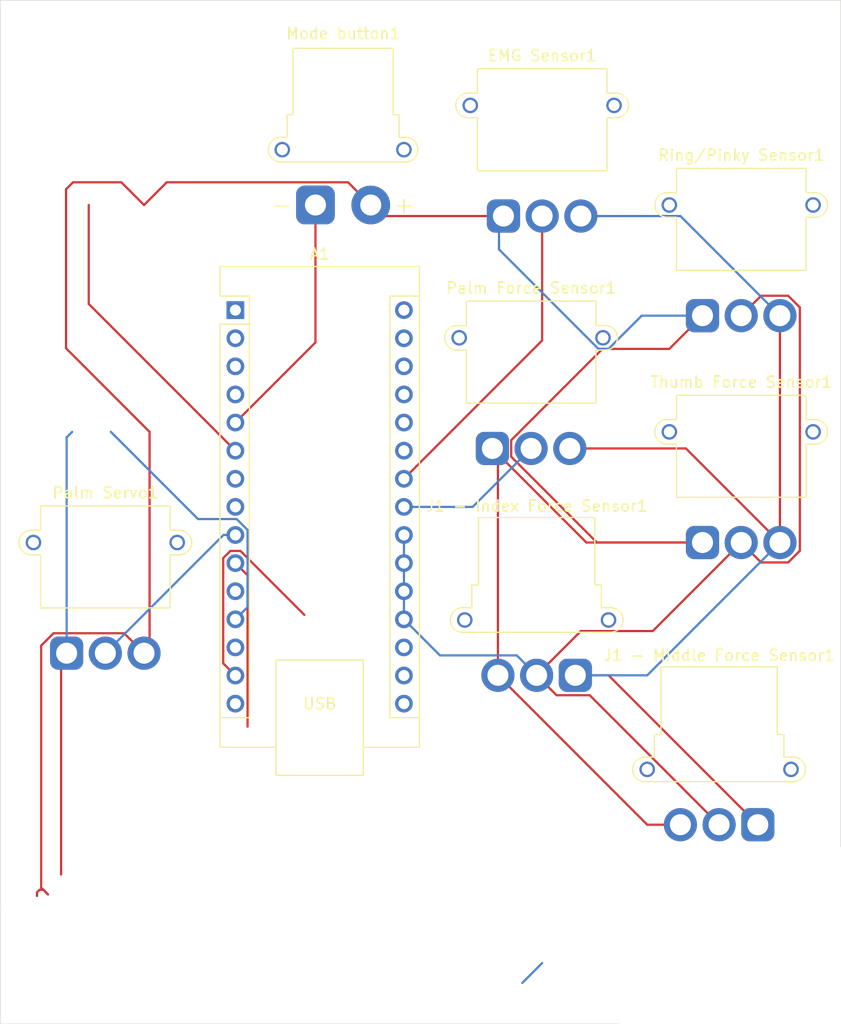
<source format=kicad_pcb>
(kicad_pcb (version 20241229) (generator "pcbnew") (generator_version "9.0")
  (layers (0 "F.Cu" signal) (2 "B.Cu" signal) (13 "F.Paste" user) (15 "B.Paste" user) (5 "F.SilkS" user "F.Silkscreen") (7 "B.SilkS" user "B.Silkscreen") (1 "F.Mask" user) (3 "B.Mask" user) (25 "Edge.Cuts" user))
  (net 0 "")
  (net 1 "Net-(A1-D10)")
  (net 4 "Net-(A1-D3)")
  (net 7 "Net-(A1-A4)")
  (net 10 "Net-(A1-A0)")
  (net 11 "Net-(A1-D2)")
  (net 12 "Net-(A1-A5)")
  (net 16 "Net-(A1-D9)")
  (net 23 "Net-(A1-D11)")
  (net 26 "Net-(A1-D7)")
  (net 27 "Net-(A1-D6)")
  (net 28 "+5V")
  (net 29 "GND")
  (footprint "Connector_AMASS:AMASS_MR30PW-M_1x03_P3.50mm_Horizontal" (layer "F.Cu") (at 172 69)
    (property "Reference" "Thumb Force Sensor1" (at 3.5 -14.5 0) (layer "F.SilkS"))
    (property "Value" "Conn_01x03_Pin")
    (fp_line (start -3.2 -11.11) (end -2.36 -11.11) (stroke (width 0.12)) (layer "F.SilkS"))
    (fp_line (start -3.2 -8.89) (end -2.36 -8.89) (stroke (width 0.12)) (layer "F.SilkS"))
    (fp_line (start -2.36 -13.31) (end -2.36 -11.11) (stroke (width 0.12)) (layer "F.SilkS"))
    (fp_line (start -2.36 -13.31) (end 9.36 -13.31) (stroke (width 0.12)) (layer "F.SilkS"))
    (fp_line (start -2.36 -8.89) (end -2.36 -4.09) (stroke (width 0.12)) (layer "F.SilkS"))
    (fp_line (start -2.36 -4.09) (end 9.36 -4.09) (stroke (width 0.12)) (layer "F.SilkS"))
    (fp_line (start 9.36 -13.31) (end 9.36 -11.11) (stroke (width 0.12)) (layer "F.SilkS"))
    (fp_line (start 9.36 -11.11) (end 10.2 -11.11) (stroke (width 0.12)) (layer "F.SilkS"))
    (fp_line (start 9.36 -8.89) (end 9.36 -4.09) (stroke (width 0.12)) (layer "F.SilkS"))
    (fp_line (start 9.36 -8.89) (end 10.2 -8.89) (stroke (width 0.12)) (layer "F.SilkS"))
    (fp_arc (start -3.2 -8.89) (mid -4.31 -10) (end -3.2 -11.11) (stroke (width 0.12)) (layer "F.SilkS"))
    (fp_arc (start 10.2 -11.11) (mid 11.31 -10) (end 10.2 -8.89) (stroke (width 0.12)) (layer "F.SilkS"))
    (pad "" thru_hole circle (at -3 -10) (size 1.4 1.4) (drill 1) (layers "*.Cu" "*.Mask"))
    (pad "" thru_hole circle (at 10 -10) (size 1.4 1.4) (drill 1) (layers "*.Cu" "*.Mask"))
    (pad "1" thru_hole roundrect (at 0 0) (size 3 3) (drill 1.9) (layers "*.Cu" "*.Mask") (net 29 "GND"))
    (pad "2" thru_hole circle (at 3.5 0) (size 3 3) (drill 1.9) (layers "*.Cu" "*.Mask") (net 10 "Net-(A1-A0)"))
    (pad "3" thru_hole circle (at 7 0) (size 3 3) (drill 1.9) (layers "*.Cu" "*.Mask") (net 28 "+5V"))
  )
  (footprint "Connector_AMASS:AMASS_MR30PW-FB_1x03_P3.50mm_Horizontal" (layer "F.Cu") (at 177 94.5)
    (property "Reference" "J1 - Middle Force Sensor1" (at -3.5 -15.3 0) (layer "F.SilkS"))
    (property "Value" "Conn_01x03_Pin")
    (fp_line (start -10.2 -6.11) (end -9.36 -6.11) (stroke (width 0.12)) (layer "F.SilkS"))
    (fp_line (start -10.2 -3.89) (end 3.2 -3.89) (stroke (width 0.12)) (layer "F.SilkS"))
    (fp_line (start -9.36 -8.16) (end -9.36 -6.11) (stroke (width 0.12)) (layer "F.SilkS"))
    (fp_line (start -9.36 -8.16) (end -8.76 -8.16) (stroke (width 0.12)) (layer "F.SilkS"))
    (fp_line (start -8.76 -14.26) (end -8.76 -8.16) (stroke (width 0.12)) (layer "F.SilkS"))
    (fp_line (start -8.76 -14.26) (end 1.76 -14.26) (stroke (width 0.12)) (layer "F.SilkS"))
    (fp_line (start 1.76 -14.26) (end 1.76 -8.16) (stroke (width 0.12)) (layer "F.SilkS"))
    (fp_line (start 1.76 -8.16) (end 2.36 -8.16) (stroke (width 0.12)) (layer "F.SilkS"))
    (fp_line (start 2.36 -8.16) (end 2.36 -6.11) (stroke (width 0.12)) (layer "F.SilkS"))
    (fp_line (start 2.36 -6.11) (end 3.2 -6.11) (stroke (width 0.12)) (layer "F.SilkS"))
    (fp_arc (start -10.2 -3.89) (mid -11.31 -5) (end -10.2 -6.11) (stroke (width 0.12)) (layer "F.SilkS"))
    (fp_arc (start 3.2 -6.11) (mid 4.31 -5) (end 3.2 -3.89) (stroke (width 0.12)) (layer "F.SilkS"))
    (pad "" thru_hole circle (at -10 -5) (size 1.4 1.4) (drill 1) (layers "*.Cu" "*.Mask"))
    (pad "" thru_hole circle (at 3 -5 90) (size 1.4 1.4) (drill 1) (layers "*.Cu" "*.Mask"))
    (pad "1" thru_hole roundrect (at 0 0) (size 3 3) (drill 1.9) (layers "*.Cu" "*.Mask") (net 28 "+5V"))
    (pad "2" thru_hole circle (at -3.5 0) (size 3 3) (drill 1.9) (layers "*.Cu" "*.Mask") (net 10 "Net-(A1-A0)"))
    (pad "3" thru_hole circle (at -7 0) (size 3 3) (drill 1.9) (layers "*.Cu" "*.Mask") (net 29 "GND"))
  )
  (footprint "Connector_AMASS:AMASS_MR30PW-M_1x03_P3.50mm_Horizontal" (layer "F.Cu") (at 172 48.5)
    (property "Reference" "Ring/Pinky Sensor1" (at 3.5 -14.5 0) (layer "F.SilkS"))
    (property "Value" "Conn_01x03_Pin")
    (fp_line (start -3.2 -11.11) (end -2.36 -11.11) (stroke (width 0.12)) (layer "F.SilkS"))
    (fp_line (start -3.2 -8.89) (end -2.36 -8.89) (stroke (width 0.12)) (layer "F.SilkS"))
    (fp_line (start -2.36 -13.31) (end -2.36 -11.11) (stroke (width 0.12)) (layer "F.SilkS"))
    (fp_line (start -2.36 -13.31) (end 9.36 -13.31) (stroke (width 0.12)) (layer "F.SilkS"))
    (fp_line (start -2.36 -8.89) (end -2.36 -4.09) (stroke (width 0.12)) (layer "F.SilkS"))
    (fp_line (start -2.36 -4.09) (end 9.36 -4.09) (stroke (width 0.12)) (layer "F.SilkS"))
    (fp_line (start 9.36 -13.31) (end 9.36 -11.11) (stroke (width 0.12)) (layer "F.SilkS"))
    (fp_line (start 9.36 -11.11) (end 10.2 -11.11) (stroke (width 0.12)) (layer "F.SilkS"))
    (fp_line (start 9.36 -8.89) (end 9.36 -4.09) (stroke (width 0.12)) (layer "F.SilkS"))
    (fp_line (start 9.36 -8.89) (end 10.2 -8.89) (stroke (width 0.12)) (layer "F.SilkS"))
    (fp_arc (start -3.2 -8.89) (mid -4.31 -10) (end -3.2 -11.11) (stroke (width 0.12)) (layer "F.SilkS"))
    (fp_arc (start 10.2 -11.11) (mid 11.31 -10) (end 10.2 -8.89) (stroke (width 0.12)) (layer "F.SilkS"))
    (pad "" thru_hole circle (at -3 -10) (size 1.4 1.4) (drill 1) (layers "*.Cu" "*.Mask"))
    (pad "" thru_hole circle (at 10 -10) (size 1.4 1.4) (drill 1) (layers "*.Cu" "*.Mask"))
    (pad "1" thru_hole roundrect (at 0 0) (size 3 3) (drill 1.9) (layers "*.Cu" "*.Mask") (net 29 "GND"))
    (pad "2" thru_hole circle (at 3.5 0) (size 3 3) (drill 1.9) (layers "*.Cu" "*.Mask") (net 10 "Net-(A1-A0)"))
    (pad "3" thru_hole circle (at 7 0) (size 3 3) (drill 1.9) (layers "*.Cu" "*.Mask") (net 28 "+5V"))
  )
  (footprint "Connector_AMASS:AMASS_MR30PW-M_1x03_P3.50mm_Horizontal" (layer "F.Cu") (at 153 60.5)
    (property "Reference" "Palm Force Sensor1" (at 3.5 -14.5 0) (layer "F.SilkS"))
    (property "Value" "Conn_01x03_Pin")
    (fp_line (start -3.2 -11.11) (end -2.36 -11.11) (stroke (width 0.12)) (layer "F.SilkS"))
    (fp_line (start -3.2 -8.89) (end -2.36 -8.89) (stroke (width 0.12)) (layer "F.SilkS"))
    (fp_line (start -2.36 -13.31) (end -2.36 -11.11) (stroke (width 0.12)) (layer "F.SilkS"))
    (fp_line (start -2.36 -13.31) (end 9.36 -13.31) (stroke (width 0.12)) (layer "F.SilkS"))
    (fp_line (start -2.36 -8.89) (end -2.36 -4.09) (stroke (width 0.12)) (layer "F.SilkS"))
    (fp_line (start -2.36 -4.09) (end 9.36 -4.09) (stroke (width 0.12)) (layer "F.SilkS"))
    (fp_line (start 9.36 -13.31) (end 9.36 -11.11) (stroke (width 0.12)) (layer "F.SilkS"))
    (fp_line (start 9.36 -11.11) (end 10.2 -11.11) (stroke (width 0.12)) (layer "F.SilkS"))
    (fp_line (start 9.36 -8.89) (end 9.36 -4.09) (stroke (width 0.12)) (layer "F.SilkS"))
    (fp_line (start 9.36 -8.89) (end 10.2 -8.89) (stroke (width 0.12)) (layer "F.SilkS"))
    (fp_arc (start -3.2 -8.89) (mid -4.31 -10) (end -3.2 -11.11) (stroke (width 0.12)) (layer "F.SilkS"))
    (fp_arc (start 10.2 -11.11) (mid 11.31 -10) (end 10.2 -8.89) (stroke (width 0.12)) (layer "F.SilkS"))
    (pad "" thru_hole circle (at -3 -10) (size 1.4 1.4) (drill 1) (layers "*.Cu" "*.Mask"))
    (pad "" thru_hole circle (at 10 -10) (size 1.4 1.4) (drill 1) (layers "*.Cu" "*.Mask"))
    (pad "1" thru_hole roundrect (at 0 0) (size 3 3) (drill 1.9) (layers "*.Cu" "*.Mask") (net 29 "GND"))
    (pad "2" thru_hole circle (at 3.5 0) (size 3 3) (drill 1.9) (layers "*.Cu" "*.Mask") (net 7 "Net-(A1-A4)"))
    (pad "3" thru_hole circle (at 7 0) (size 3 3) (drill 1.9) (layers "*.Cu" "*.Mask") (net 28 "+5V"))
  )
  (footprint "Connector_AMASS:AMASS_MR30PW-M_1x03_P3.50mm_Horizontal" (layer "F.Cu") (at 114.5 79)
    (property "Reference" "Palm Servo1" (at 3.5 -14.5 0) (layer "F.SilkS"))
    (property "Value" "Conn_01x03_Pin")
    (fp_line (start -3.2 -11.11) (end -2.36 -11.11) (stroke (width 0.12)) (layer "F.SilkS"))
    (fp_line (start -3.2 -8.89) (end -2.36 -8.89) (stroke (width 0.12)) (layer "F.SilkS"))
    (fp_line (start -2.36 -13.31) (end -2.36 -11.11) (stroke (width 0.12)) (layer "F.SilkS"))
    (fp_line (start -2.36 -13.31) (end 9.36 -13.31) (stroke (width 0.12)) (layer "F.SilkS"))
    (fp_line (start -2.36 -8.89) (end -2.36 -4.09) (stroke (width 0.12)) (layer "F.SilkS"))
    (fp_line (start -2.36 -4.09) (end 9.36 -4.09) (stroke (width 0.12)) (layer "F.SilkS"))
    (fp_line (start 9.36 -13.31) (end 9.36 -11.11) (stroke (width 0.12)) (layer "F.SilkS"))
    (fp_line (start 9.36 -11.11) (end 10.2 -11.11) (stroke (width 0.12)) (layer "F.SilkS"))
    (fp_line (start 9.36 -8.89) (end 9.36 -4.09) (stroke (width 0.12)) (layer "F.SilkS"))
    (fp_line (start 9.36 -8.89) (end 10.2 -8.89) (stroke (width 0.12)) (layer "F.SilkS"))
    (fp_arc (start -3.2 -8.89) (mid -4.31 -10) (end -3.2 -11.11) (stroke (width 0.12)) (layer "F.SilkS"))
    (fp_arc (start 10.2 -11.11) (mid 11.31 -10) (end 10.2 -8.89) (stroke (width 0.12)) (layer "F.SilkS"))
    (pad "" thru_hole circle (at -3 -10) (size 1.4 1.4) (drill 1) (layers "*.Cu" "*.Mask"))
    (pad "" thru_hole circle (at 10 -10) (size 1.4 1.4) (drill 1) (layers "*.Cu" "*.Mask"))
    (pad "1" thru_hole roundrect (at 0 0) (size 3 3) (drill 1.9) (layers "*.Cu" "*.Mask") (net 28 "+5V"))
    (pad "2" thru_hole circle (at 3.5 0) (size 3 3) (drill 1.9) (layers "*.Cu" "*.Mask") (net 27 "Net-(A1-D6)"))
    (pad "3" thru_hole circle (at 7 0) (size 3 3) (drill 1.9) (layers "*.Cu" "*.Mask") (net 29 "GND"))
  )
  (footprint "Connector_AMASS:AMASS_MR30PW-M_1x03_P3.50mm_Horizontal" (layer "F.Cu") (at 154 39.5)
    (property "Reference" "EMG Sensor1" (at 3.5 -14.5 0) (layer "F.SilkS"))
    (property "Value" "Conn_01x03_Pin")
    (fp_line (start -3.2 -11.11) (end -2.36 -11.11) (stroke (width 0.12)) (layer "F.SilkS"))
    (fp_line (start -3.2 -8.89) (end -2.36 -8.89) (stroke (width 0.12)) (layer "F.SilkS"))
    (fp_line (start -2.36 -13.31) (end -2.36 -11.11) (stroke (width 0.12)) (layer "F.SilkS"))
    (fp_line (start -2.36 -13.31) (end 9.36 -13.31) (stroke (width 0.12)) (layer "F.SilkS"))
    (fp_line (start -2.36 -8.89) (end -2.36 -4.09) (stroke (width 0.12)) (layer "F.SilkS"))
    (fp_line (start -2.36 -4.09) (end 9.36 -4.09) (stroke (width 0.12)) (layer "F.SilkS"))
    (fp_line (start 9.36 -13.31) (end 9.36 -11.11) (stroke (width 0.12)) (layer "F.SilkS"))
    (fp_line (start 9.36 -11.11) (end 10.2 -11.11) (stroke (width 0.12)) (layer "F.SilkS"))
    (fp_line (start 9.36 -8.89) (end 9.36 -4.09) (stroke (width 0.12)) (layer "F.SilkS"))
    (fp_line (start 9.36 -8.89) (end 10.2 -8.89) (stroke (width 0.12)) (layer "F.SilkS"))
    (fp_arc (start -3.2 -8.89) (mid -4.31 -10) (end -3.2 -11.11) (stroke (width 0.12)) (layer "F.SilkS"))
    (fp_arc (start 10.2 -11.11) (mid 11.31 -10) (end 10.2 -8.89) (stroke (width 0.12)) (layer "F.SilkS"))
    (pad "" thru_hole circle (at -3 -10) (size 1.4 1.4) (drill 1) (layers "*.Cu" "*.Mask"))
    (pad "" thru_hole circle (at 10 -10) (size 1.4 1.4) (drill 1) (layers "*.Cu" "*.Mask"))
    (pad "1" thru_hole roundrect (at 0 0) (size 3 3) (drill 1.9) (layers "*.Cu" "*.Mask") (net 29 "GND"))
    (pad "2" thru_hole circle (at 3.5 0) (size 3 3) (drill 1.9) (layers "*.Cu" "*.Mask") (net 12 "Net-(A1-A5)"))
    (pad "3" thru_hole circle (at 7 0) (size 3 3) (drill 1.9) (layers "*.Cu" "*.Mask") (net 28 "+5V"))
  )
  (footprint "Connector_AMASS:AMASS_XT30PW-F_1x02_P2.50mm_Horizontal" (layer "F.Cu") (at 137 38.5)
    (property "Reference" "Mode button1" (at 2.5 -15.5 0) (layer "F.SilkS"))
    (property "Value" "Conn_01x02_Pin")
    (fp_line (start -3.26 -6.11) (end -2.56 -6.11) (stroke (width 0.12)) (layer "F.SilkS"))
    (fp_line (start -3.26 -3.89) (end 8.26 -3.89) (stroke (width 0.12)) (layer "F.SilkS"))
    (fp_line (start -2.56 -8.16) (end -2.56 -6.11) (stroke (width 0.12)) (layer "F.SilkS"))
    (fp_line (start -2.56 -8.16) (end -2.03 -8.16) (stroke (width 0.12)) (layer "F.SilkS"))
    (fp_line (start -2.03 -14.16) (end -2.03 -8.16) (stroke (width 0.12)) (layer "F.SilkS"))
    (fp_line (start -2.03 -14.16) (end 7 -14.16) (stroke (width 0.12)) (layer "F.SilkS"))
    (fp_line (start 7.03 -14.16) (end 7.03 -8.16) (stroke (width 0.12)) (layer "F.SilkS"))
    (fp_line (start 7.03 -8.16) (end 7.56 -8.16) (stroke (width 0.12)) (layer "F.SilkS"))
    (fp_line (start 7.56 -8.16) (end 7.56 -6.11) (stroke (width 0.12)) (layer "F.SilkS"))
    (fp_line (start 7.56 -6.11) (end 8.26 -6.11) (stroke (width 0.12)) (layer "F.SilkS"))
    (fp_arc (start -3.321729 -3.903365) (mid -4.256653 -5.086124) (end -3.15 -6.11) (stroke (width 0.12)) (layer "F.SilkS"))
    (fp_arc (start 8.15 -6.11) (mid 9.26 -5) (end 8.15 -3.89) (stroke (width 0.12)) (layer "F.SilkS"))
    (fp_text user "+" (at 8 0 0) (layer "F.SilkS") (effects (font (size 1.5 1.5))))
    (fp_text user "-" (at -3 0 0) (layer "F.SilkS") (effects (font (size 1.5 1.5))))
    (pad "" thru_hole circle (at -3 -5 90) (size 1.4 1.4) (drill 1) (layers "*.Cu" "*.Mask"))
    (pad "" thru_hole circle (at 8 -5) (size 1.4 1.4) (drill 1) (layers "*.Cu" "*.Mask"))
    (pad "1" thru_hole roundrect (at 0 0) (size 3.5 3.5) (drill 1.9) (layers "*.Cu" "*.Mask") (roundrect_rratio 0.22) (net 11 "Net-(A1-D2)"))
    (pad "2" thru_hole circle (at 5 0) (size 3.5 3.5) (drill 1.9) (layers "*.Cu" "*.Mask") (net 29 "GND"))
  )
  (footprint "Module:Arduino_Nano" (layer "F.Cu") (at 129.76 48)
    (property "Reference" "A1" (at 7.62 -5.08 0) (layer "F.SilkS"))
    (property "Value" "Arduino_Nano_v3.x")
    (fp_line (start -1.4 -3.94) (end -1.4 -1.27) (stroke (width 0.12)) (layer "F.SilkS"))
    (fp_line (start -1.4 1.27) (end -1.4 39.5) (stroke (width 0.12)) (layer "F.SilkS"))
    (fp_line (start -1.4 39.5) (end 3.68 39.5) (stroke (width 0.12)) (layer "F.SilkS"))
    (fp_line (start 1.27 -1.27) (end -1.4 -1.27) (stroke (width 0.12)) (layer "F.SilkS"))
    (fp_line (start 1.27 1.27) (end -1.4 1.27) (stroke (width 0.12)) (layer "F.SilkS"))
    (fp_line (start 1.27 1.27) (end 1.27 -1.27) (stroke (width 0.12)) (layer "F.SilkS"))
    (fp_line (start 1.27 1.27) (end 1.27 36.83) (stroke (width 0.12)) (layer "F.SilkS"))
    (fp_line (start 1.27 36.83) (end -1.4 36.83) (stroke (width 0.12)) (layer "F.SilkS"))
    (fp_line (start 3.68 31.62) (end 11.56 31.62) (stroke (width 0.12)) (layer "F.SilkS"))
    (fp_line (start 3.68 42.04) (end 3.68 31.62) (stroke (width 0.12)) (layer "F.SilkS"))
    (fp_line (start 11.56 31.62) (end 11.56 42.04) (stroke (width 0.12)) (layer "F.SilkS"))
    (fp_line (start 11.56 42.04) (end 3.68 42.04) (stroke (width 0.12)) (layer "F.SilkS"))
    (fp_line (start 13.97 -1.27) (end 13.97 36.83) (stroke (width 0.12)) (layer "F.SilkS"))
    (fp_line (start 13.97 -1.27) (end 16.64 -1.27) (stroke (width 0.12)) (layer "F.SilkS"))
    (fp_line (start 13.97 36.83) (end 16.64 36.83) (stroke (width 0.12)) (layer "F.SilkS"))
    (fp_line (start 16.64 -3.94) (end -1.4 -3.94) (stroke (width 0.12)) (layer "F.SilkS"))
    (fp_line (start 16.64 39.5) (end 11.56 39.5) (stroke (width 0.12)) (layer "F.SilkS"))
    (fp_line (start 16.64 39.5) (end 16.64 -3.94) (stroke (width 0.12)) (layer "F.SilkS"))
    (fp_text user "USB" (at 7.62 35.56 0) (layer "F.SilkS"))
    (pad "1" thru_hole rect (at 0 0) (size 1.6 1.6) (drill 1) (layers "*.Cu" "*.Mask"))
    (pad "2" thru_hole oval (at 0 2.54) (size 1.6 1.6) (drill 1) (layers "*.Cu" "*.Mask"))
    (pad "3" thru_hole oval (at 0 5.08) (size 1.6 1.6) (drill 1) (layers "*.Cu" "*.Mask"))
    (pad "4" thru_hole oval (at 0 7.62) (size 1.6 1.6) (drill 1) (layers "*.Cu" "*.Mask"))
    (pad "5" thru_hole oval (at 0 10.16) (size 1.6 1.6) (drill 1) (layers "*.Cu" "*.Mask") (net 11 "Net-(A1-D2)"))
    (pad "6" thru_hole oval (at 0 12.7) (size 1.6 1.6) (drill 1) (layers "*.Cu" "*.Mask") (net 4 "Net-(A1-D3)"))
    (pad "7" thru_hole oval (at 0 15.24) (size 1.6 1.6) (drill 1) (layers "*.Cu" "*.Mask"))
    (pad "8" thru_hole oval (at 0 17.78) (size 1.6 1.6) (drill 1) (layers "*.Cu" "*.Mask"))
    (pad "9" thru_hole oval (at 0 20.32) (size 1.6 1.6) (drill 1) (layers "*.Cu" "*.Mask") (net 27 "Net-(A1-D6)"))
    (pad "10" thru_hole oval (at 0 22.86) (size 1.6 1.6) (drill 1) (layers "*.Cu" "*.Mask") (net 26 "Net-(A1-D7)"))
    (pad "11" thru_hole oval (at 0 25.4) (size 1.6 1.6) (drill 1) (layers "*.Cu" "*.Mask"))
    (pad "12" thru_hole oval (at 0 27.94) (size 1.6 1.6) (drill 1) (layers "*.Cu" "*.Mask") (net 16 "Net-(A1-D9)"))
    (pad "13" thru_hole oval (at 0 30.48) (size 1.6 1.6) (drill 1) (layers "*.Cu" "*.Mask") (net 1 "Net-(A1-D10)"))
    (pad "14" thru_hole oval (at 0 33.02) (size 1.6 1.6) (drill 1) (layers "*.Cu" "*.Mask") (net 23 "Net-(A1-D11)"))
    (pad "15" thru_hole oval (at 0 35.56) (size 1.6 1.6) (drill 1) (layers "*.Cu" "*.Mask"))
    (pad "16" thru_hole oval (at 15.24 35.56) (size 1.6 1.6) (drill 1) (layers "*.Cu" "*.Mask"))
    (pad "17" thru_hole oval (at 15.24 33.02) (size 1.6 1.6) (drill 1) (layers "*.Cu" "*.Mask"))
    (pad "18" thru_hole oval (at 15.24 30.48) (size 1.6 1.6) (drill 1) (layers "*.Cu" "*.Mask"))
    (pad "19" thru_hole oval (at 15.24 27.94) (size 1.6 1.6) (drill 1) (layers "*.Cu" "*.Mask") (net 10 "Net-(A1-A0)"))
    (pad "20" thru_hole oval (at 15.24 25.4) (size 1.6 1.6) (drill 1) (layers "*.Cu" "*.Mask") (net 10 "Net-(A1-A0)"))
    (pad "21" thru_hole oval (at 15.24 22.86) (size 1.6 1.6) (drill 1) (layers "*.Cu" "*.Mask") (net 10 "Net-(A1-A0)"))
    (pad "22" thru_hole oval (at 15.24 20.32) (size 1.6 1.6) (drill 1) (layers "*.Cu" "*.Mask") (net 10 "Net-(A1-A0)"))
    (pad "23" thru_hole oval (at 15.24 17.78) (size 1.6 1.6) (drill 1) (layers "*.Cu" "*.Mask") (net 7 "Net-(A1-A4)"))
    (pad "24" thru_hole oval (at 15.24 15.24) (size 1.6 1.6) (drill 1) (layers "*.Cu" "*.Mask") (net 12 "Net-(A1-A5)"))
    (pad "25" thru_hole oval (at 15.24 12.7) (size 1.6 1.6) (drill 1) (layers "*.Cu" "*.Mask"))
    (pad "26" thru_hole oval (at 15.24 10.16) (size 1.6 1.6) (drill 1) (layers "*.Cu" "*.Mask"))
    (pad "27" thru_hole oval (at 15.24 7.62) (size 1.6 1.6) (drill 1) (layers "*.Cu" "*.Mask"))
    (pad "28" thru_hole oval (at 15.24 5.08) (size 1.6 1.6) (drill 1) (layers "*.Cu" "*.Mask"))
    (pad "29" thru_hole oval (at 15.24 2.54) (size 1.6 1.6) (drill 1) (layers "*.Cu" "*.Mask"))
    (pad "30" thru_hole oval (at 15.24 0) (size 1.6 1.6) (drill 1) (layers "*.Cu" "*.Mask"))
  )
  (footprint "Connector_AMASS:AMASS_MR30PW-FB_1x03_P3.50mm_Horizontal" (layer "F.Cu") (at 160.5 81)
    (property "Reference" "J1 - Index Force Sensor1" (at -3.5 -15.3 0) (layer "F.SilkS"))
    (property "Value" "Conn_01x03_Pin")
    (fp_line (start -10.2 -6.11) (end -9.36 -6.11) (stroke (width 0.12)) (layer "F.SilkS"))
    (fp_line (start -10.2 -3.89) (end 3.2 -3.89) (stroke (width 0.12)) (layer "F.SilkS"))
    (fp_line (start -9.36 -8.16) (end -9.36 -6.11) (stroke (width 0.12)) (layer "F.SilkS"))
    (fp_line (start -9.36 -8.16) (end -8.76 -8.16) (stroke (width 0.12)) (layer "F.SilkS"))
    (fp_line (start -8.76 -14.26) (end -8.76 -8.16) (stroke (width 0.12)) (layer "F.SilkS"))
    (fp_line (start -8.76 -14.26) (end 1.76 -14.26) (stroke (width 0.12)) (layer "F.SilkS"))
    (fp_line (start 1.76 -14.26) (end 1.76 -8.16) (stroke (width 0.12)) (layer "F.SilkS"))
    (fp_line (start 1.76 -8.16) (end 2.36 -8.16) (stroke (width 0.12)) (layer "F.SilkS"))
    (fp_line (start 2.36 -8.16) (end 2.36 -6.11) (stroke (width 0.12)) (layer "F.SilkS"))
    (fp_line (start 2.36 -6.11) (end 3.2 -6.11) (stroke (width 0.12)) (layer "F.SilkS"))
    (fp_arc (start -10.2 -3.89) (mid -11.31 -5) (end -10.2 -6.11) (stroke (width 0.12)) (layer "F.SilkS"))
    (fp_arc (start 3.2 -6.11) (mid 4.31 -5) (end 3.2 -3.89) (stroke (width 0.12)) (layer "F.SilkS"))
    (pad "" thru_hole circle (at -10 -5) (size 1.4 1.4) (drill 1) (layers "*.Cu" "*.Mask"))
    (pad "" thru_hole circle (at 3 -5 90) (size 1.4 1.4) (drill 1) (layers "*.Cu" "*.Mask"))
    (pad "1" thru_hole roundrect (at 0 0) (size 3 3) (drill 1.9) (layers "*.Cu" "*.Mask") (net 28 "+5V"))
    (pad "2" thru_hole circle (at -3.5 0) (size 3 3) (drill 1.9) (layers "*.Cu" "*.Mask") (net 10 "Net-(A1-A0)"))
    (pad "3" thru_hole circle (at -7 0) (size 3 3) (drill 1.9) (layers "*.Cu" "*.Mask") (net 29 "GND"))
  )
  (gr_line (start 184.5 20) (end 167.5 20) (stroke (width 0.05)) (layer "Edge.Cuts"))
  (gr_line (start 184.5 96.5) (end 184.5 32) (stroke (width 0.05)) (layer "Edge.Cuts"))
  (gr_line (start 108.5 112.5) (end 108.5 102.5) (stroke (width 0.05)) (layer "Edge.Cuts"))
  (gr_line (start 164.5 112.5) (end 108.5 112.5) (stroke (width 0.05)) (layer "Edge.Cuts"))
  (gr_line (start 108.5 102.5) (end 108.5 20) (stroke (width 0.05)) (layer "Edge.Cuts"))
  (gr_line (start 167.5 20) (end 108.5 20) (stroke (width 0.05)) (layer "Edge.Cuts"))
  (gr_line (start 184.5 32) (end 184.5 20) (stroke (width 0.05)) (layer "Edge.Cuts"))
  (segment (start 129.76 60.7) (end 116.5 47.44) (width 0.2) (layer "F.Cu") (net 4))
  (segment (start 116.5 47.44) (end 116.5 38.5) (width 0.2) (layer "F.Cu") (net 4))
  (segment (start 151.22 65.78) (end 156.5 60.5) (width 0.2) (layer "B.Cu") (net 7))
  (segment (start 145 65.78) (end 151.22 65.78) (width 0.2) (layer "B.Cu") (net 7))
  (segment (start 179.745999 46.699) (end 177.301 46.699) (width 0.2) (layer "F.Cu") (net 10))
  (segment (start 175.5 69) (end 177.301 70.801) (width 0.2) (layer "F.Cu") (net 10))
  (segment (start 180.801 47.754001) (end 179.745999 46.699) (width 0.2) (layer "F.Cu") (net 10))
  (segment (start 177.301 70.801) (end 179.745999 70.801) (width 0.2) (layer "F.Cu") (net 10))
  (segment (start 180.801 69.745999) (end 180.801 47.754001) (width 0.2) (layer "F.Cu") (net 10))
  (segment (start 158.801 82.801) (end 157 81) (width 0.2) (layer "F.Cu") (net 10))
  (segment (start 160.999 77.001) (end 157 81) (width 0.2) (layer "F.Cu") (net 10))
  (segment (start 161.801 82.801) (end 158.801 82.801) (width 0.2) (layer "F.Cu") (net 10))
  (segment (start 167.499 77.001) (end 160.999 77.001) (width 0.2) (layer "F.Cu") (net 10))
  (segment (start 177.301 46.699) (end 175.5 48.5) (width 0.2) (layer "F.Cu") (net 10))
  (segment (start 173.5 94.5) (end 161.801 82.801) (width 0.2) (layer "F.Cu") (net 10))
  (segment (start 175.5 69) (end 167.499 77.001) (width 0.2) (layer "F.Cu") (net 10))
  (segment (start 179.745999 70.801) (end 180.801 69.745999) (width 0.2) (layer "F.Cu") (net 10))
  (segment (start 157 81) (end 155.199 79.199) (width 0.2) (layer "B.Cu") (net 10))
  (segment (start 148.259 79.199) (end 145 75.94) (width 0.2) (layer "B.Cu") (net 10))
  (segment (start 155.199 79.199) (end 148.259 79.199) (width 0.2) (layer "B.Cu") (net 10))
  (segment (start 145 75.94) (end 145 68.32) (width 0.2) (layer "B.Cu") (net 10))
  (segment (start 137 50.92) (end 129.76 58.16) (width 0.2) (layer "F.Cu") (net 11))
  (segment (start 137 38.5) (end 137 50.92) (width 0.2) (layer "F.Cu") (net 11))
  (segment (start 157.5 50.74) (end 145 63.24) (width 0.2) (layer "F.Cu") (net 12))
  (segment (start 157.5 39.5) (end 157.5 50.74) (width 0.2) (layer "F.Cu") (net 12))
  (segment (start 129.87805 66.881) (end 126.381 66.881) (width 0.2) (layer "B.Cu") (net 16))
  (segment (start 130.861 74.839) (end 130.861 67.86395) (width 0.2) (layer "B.Cu") (net 16))
  (segment (start 130.861 67.86395) (end 129.87805 66.881) (width 0.2) (layer "B.Cu") (net 16))
  (segment (start 129.76 75.94) (end 130.861 74.839) (width 0.2) (layer "B.Cu") (net 16))
  (segment (start 126.381 66.881) (end 118.5 59) (width 0.2) (layer "B.Cu") (net 16))
  (segment (start 128.659 70.40395) (end 128.659 79.919) (width 0.2) (layer "F.Cu") (net 23))
  (segment (start 136 75.54295) (end 130.21605 69.759) (width 0.2) (layer "F.Cu") (net 23))
  (segment (start 129.30395 69.759) (end 128.659 70.40395) (width 0.2) (layer "F.Cu") (net 23))
  (segment (start 130.21605 69.759) (end 129.30395 69.759) (width 0.2) (layer "F.Cu") (net 23))
  (segment (start 128.659 79.919) (end 129.76 81.02) (width 0.2) (layer "F.Cu") (net 23))
  (segment (start 130.861 85.639) (end 130.861 71.961) (width 0.2) (layer "F.Cu") (net 26))
  (segment (start 130.861 71.961) (end 129.76 70.86) (width 0.2) (layer "F.Cu") (net 26))
  (segment (start 128.68 68.32) (end 118 79) (width 0.2) (layer "B.Cu") (net 27))
  (segment (start 129.76 68.32) (end 128.68 68.32) (width 0.2) (layer "B.Cu") (net 27))
  (segment (start 163.5 81) (end 160.5 81) (width 0.2) (layer "F.Cu") (net 28))
  (segment (start 177 94.5) (end 163.5 81) (width 0.2) (layer "F.Cu") (net 28))
  (segment (start 170.5 60.5) (end 160 60.5) (width 0.2) (layer "F.Cu") (net 28))
  (segment (start 179 69) (end 170.5 60.5) (width 0.2) (layer "F.Cu") (net 28))
  (segment (start 114 79.5) (end 114.5 79) (width 0.2) (layer "F.Cu") (net 28))
  (segment (start 179 69) (end 179 48.5) (width 0.2) (layer "F.Cu") (net 28))
  (segment (start 114 99) (end 114 79.5) (width 0.2) (layer "F.Cu") (net 28))
  (segment (start 179 69) (end 167 81) (width 0.2) (layer "B.Cu") (net 28))
  (segment (start 179 48.5) (end 170 39.5) (width 0.2) (layer "B.Cu") (net 28))
  (segment (start 157.5 107) (end 155.699 108.801) (width 0.2) (layer "B.Cu") (net 28))
  (segment (start 170 39.5) (end 161 39.5) (width 0.2) (layer "B.Cu") (net 28))
  (segment (start 114.5 59.5) (end 115 59) (width 0.2) (layer "B.Cu") (net 28))
  (segment (start 167 81) (end 160.5 81) (width 0.2) (layer "B.Cu") (net 28))
  (segment (start 114.5 79) (end 114.5 59.5) (width 0.2) (layer "B.Cu") (net 28))
  (segment (start 153.5 81) (end 153.5 61) (width 0.2) (layer "F.Cu") (net 29))
  (segment (start 154.699 61.245999) (end 154.699 59.754001) (width 0.2) (layer "F.Cu") (net 29))
  (segment (start 154 39.5) (end 143 39.5) (width 0.2) (layer "F.Cu") (net 29))
  (segment (start 123.551 36.449) (end 139.949 36.449) (width 0.2) (layer "F.Cu") (net 29))
  (segment (start 112.38938 100.37572) (end 112.81466 100.801) (width 0.2) (layer "F.Cu") (net 29))
  (segment (start 111.82228 100.61062) (end 112.05718 100.37572) (width 0.2) (layer "F.Cu") (net 29))
  (segment (start 172 69) (end 162.453001 69) (width 0.2) (layer "F.Cu") (net 29))
  (segment (start 162.952001 51.501) (end 168.999 51.501) (width 0.2) (layer "F.Cu") (net 29))
  (segment (start 112.199 78.31466) (end 113.31466 77.199) (width 0.2) (layer "F.Cu") (net 29))
  (segment (start 168.999 51.501) (end 172 48.5) (width 0.2) (layer "F.Cu") (net 29))
  (segment (start 119.699 77.199) (end 121.5 79) (width 0.2) (layer "F.Cu") (net 29))
  (segment (start 167 94.5) (end 153.5 81) (width 0.2) (layer "F.Cu") (net 29))
  (segment (start 114.449 37.076378) (end 114.449 51.449) (width 0.2) (layer "F.Cu") (net 29))
  (segment (start 139.949 36.449) (end 142 38.5) (width 0.2) (layer "F.Cu") (net 29))
  (segment (start 119.449 36.449) (end 115.076378 36.449) (width 0.2) (layer "F.Cu") (net 29))
  (segment (start 161.5 69) (end 153 60.5) (width 0.2) (layer "F.Cu") (net 29))
  (segment (start 121.5 38.5) (end 123.551 36.449) (width 0.2) (layer "F.Cu") (net 29))
  (segment (start 111.82228 100.94282) (end 111.82228 100.61062) (width 0.2) (layer "F.Cu") (net 29))
  (segment (start 121.5 38.5) (end 119.449 36.449) (width 0.2) (layer "F.Cu") (net 29))
  (segment (start 112.05718 100.37572) (end 112.38938 100.37572) (width 0.2) (layer "F.Cu") (net 29))
  (segment (start 122 59) (end 122 78.5) (width 0.2) (layer "F.Cu") (net 29))
  (segment (start 153.5 61) (end 153 60.5) (width 0.2) (layer "F.Cu") (net 29))
  (segment (start 113.31466 77.199) (end 119.699 77.199) (width 0.2) (layer "F.Cu") (net 29))
  (segment (start 172 69) (end 161.5 69) (width 0.2) (layer "F.Cu") (net 29))
  (segment (start 112.81466 100.801) (end 112.199 100.18534) (width 0.2) (layer "F.Cu") (net 29))
  (segment (start 122 78.5) (end 121.5 79) (width 0.2) (layer "F.Cu") (net 29))
  (segment (start 115.076378 36.449) (end 114.449 37.076378) (width 0.2) (layer "F.Cu") (net 29))
  (segment (start 143 39.5) (end 142 38.5) (width 0.2) (layer "F.Cu") (net 29))
  (segment (start 162.453001 69) (end 154.699 61.245999) (width 0.2) (layer "F.Cu") (net 29))
  (segment (start 114.449 51.449) (end 122 59) (width 0.2) (layer "F.Cu") (net 29))
  (segment (start 170 94.5) (end 167 94.5) (width 0.2) (layer "F.Cu") (net 29))
  (segment (start 112.199 100.18534) (end 112.199 78.31466) (width 0.2) (layer "F.Cu") (net 29))
  (segment (start 154.699 59.754001) (end 162.952001 51.501) (width 0.2) (layer "F.Cu") (net 29))
  (segment (start 154 39.5) (end 153.599 39.901) (width 0.2) (layer "B.Cu") (net 29))
  (segment (start 162.584372 51.5) (end 163.5 51.5) (width 0.2) (layer "B.Cu") (net 29))
  (segment (start 166.5 48.5) (end 172 48.5) (width 0.2) (layer "B.Cu") (net 29))
  (segment (start 163.5 51.5) (end 166.5 48.5) (width 0.2) (layer "B.Cu") (net 29))
  (segment (start 153.599 42.514628) (end 162.584372 51.5) (width 0.2) (layer "B.Cu") (net 29))
  (segment (start 153.599 39.901) (end 153.599 42.514628) (width 0.2) (layer "B.Cu") (net 29))
)
</source>
